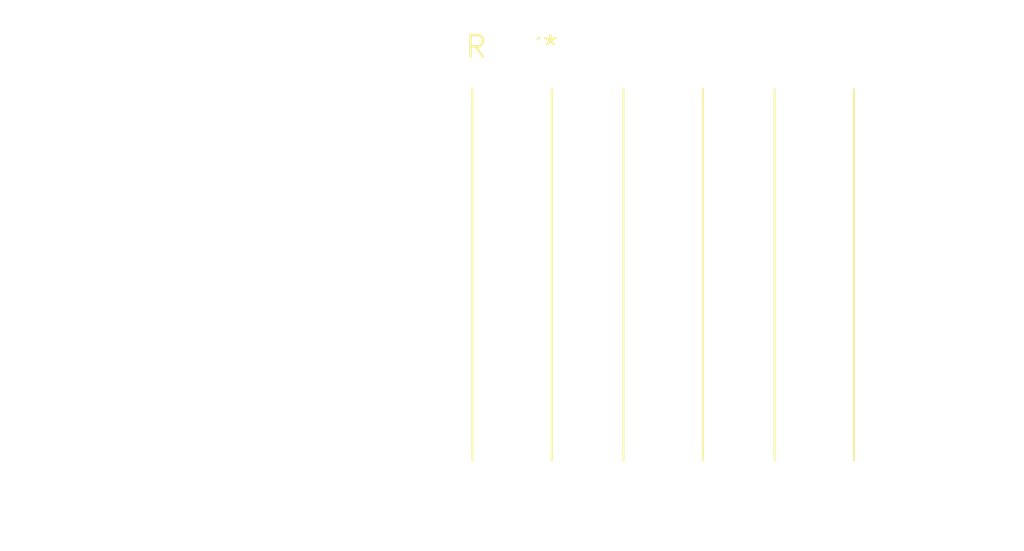
<source format=kicad_pcb>
(kicad_pcb (version 20240108) (generator pcbnew)
  (layers (0 "F.Cu" signal) (31 "B.Cu" signal) (34 "B.Paste" user) (35 "F.Paste" user) (36 "B.SilkS" user "B.Silkscreen") (37 "F.SilkS" user "F.Silkscreen") (38 "B.Mask" user) (39 "F.Mask" user) (44 "Edge.Cuts" user))
  (net 0 "")
  (footprint "SolderWire-2.5sqmm_1x03_P8.8mm_D2.4mm_OD4.4mm_Relief" (layer "F.Cu") (at 0 0)
    (property "Reference" "REF**")
    (property "Value" "SolderWire-2.5sqmm_1x03_P8.8mm_D2.4mm_OD4.4mm_Relief")
    (fp_line (start -2.31 2.46) (end -2.31 24.09) (layer "F.SilkS") (stroke (width 0.12)))
    (fp_line (start 2.31 2.46) (end 2.31 24.09) (layer "F.SilkS") (stroke (width 0.12)))
    (fp_line (start 6.49 2.46) (end 6.49 24.09) (layer "F.SilkS") (stroke (width 0.12)))
    (fp_line (start 11.11 2.46) (end 11.11 24.09) (layer "F.SilkS") (stroke (width 0.12)))
    (fp_line (start 15.29 2.46) (end 15.29 24.09) (layer "F.SilkS") (stroke (width 0.12)))
    (fp_line (start 19.91 2.46) (end 19.91 24.09) (layer "F.SilkS") (stroke (width 0.12)))
    (pad "" np_thru_hole circle (at 0 26.4) (size 4.9 4.9) (drill 4.9) (layers *.Cu *.Mask))
    (pad "" np_thru_hole circle (at 8.8 26.4) (size 4.9 4.9) (drill 4.9) (layers *.Cu *.Mask))
    (pad "" np_thru_hole circle (at 17.6 26.4) (size 4.9 4.9) (drill 4.9) (layers *.Cu *.Mask))
    (pad "1" thru_hole roundrect (at 0 0) (size 4.4 4.4) (drill 3) (layers *.Cu *.Mask) (remove_unused_layers) (roundrect_rratio 0.056818))
    (pad "2" thru_hole circle (at 8.8 0) (size 4.4 4.4) (drill 3) (layers *.Cu *.Mask) (remove_unused_layers))
    (pad "3" thru_hole circle (at 17.6 0) (size 4.4 4.4) (drill 3) (layers *.Cu *.Mask) (remove_unused_layers))
  )
)
</source>
